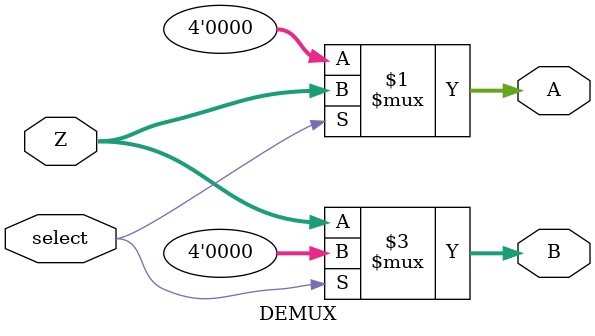
<source format=v>
module DEMUX (
    input select,          // Sinal de seleção
    output [3:0] A,        // Saída A
    output [3:0] B,        // Saída B
    input [3:0] Z          // Entrada de dados
);

    // A saída A recebe os dados Z quando o sinal select é alto
    assign A = select ? Z : 4'b0000;

    // A saída B recebe os dados Z quando o sinal select é baixo
    assign B = ~select ? Z : 4'b0000;

endmodule

/*
  Este módulo implementa um demultiplexador (DEMUX) de 1 para 2.
  - Ele direciona a entrada Z para uma das saídas A ou B, dependendo do sinal de seleção.
  - Se o sinal de seleção (`select`) estiver ativo (1), a entrada Z será direcionada para a saída A.
  - Se o sinal de seleção estiver inativo (0), a entrada Z será direcionada para a saída B.
*/

</source>
